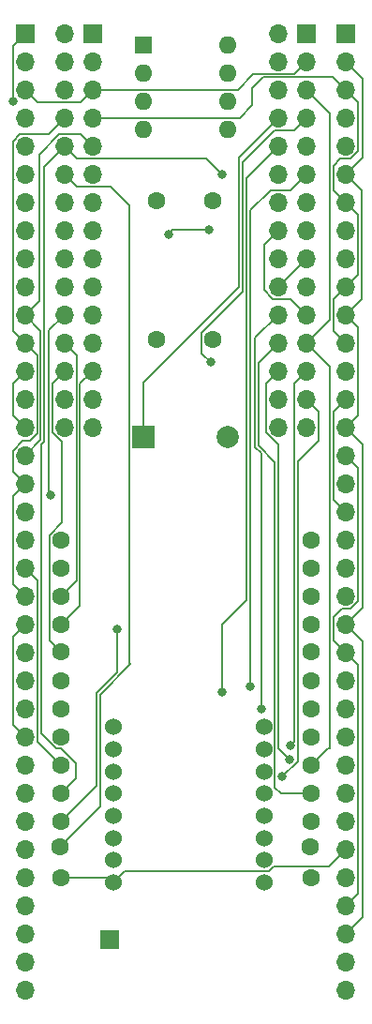
<source format=gbl>
%TF.GenerationSoftware,KiCad,Pcbnew,(6.0.5)*%
%TF.CreationDate,2022-06-27T00:12:11-04:00*%
%TF.ProjectId,sensor_node,73656e73-6f72-45f6-9e6f-64652e6b6963,rev?*%
%TF.SameCoordinates,Original*%
%TF.FileFunction,Copper,L2,Bot*%
%TF.FilePolarity,Positive*%
%FSLAX46Y46*%
G04 Gerber Fmt 4.6, Leading zero omitted, Abs format (unit mm)*
G04 Created by KiCad (PCBNEW (6.0.5)) date 2022-06-27 00:12:11*
%MOMM*%
%LPD*%
G01*
G04 APERTURE LIST*
%TA.AperFunction,ComponentPad*%
%ADD10C,1.600000*%
%TD*%
%TA.AperFunction,ComponentPad*%
%ADD11R,1.600000X1.600000*%
%TD*%
%TA.AperFunction,ComponentPad*%
%ADD12O,1.600000X1.600000*%
%TD*%
%TA.AperFunction,ComponentPad*%
%ADD13C,1.524000*%
%TD*%
%TA.AperFunction,ComponentPad*%
%ADD14R,1.700000X1.700000*%
%TD*%
%TA.AperFunction,ComponentPad*%
%ADD15O,1.700000X1.700000*%
%TD*%
%TA.AperFunction,ComponentPad*%
%ADD16R,2.000000X2.000000*%
%TD*%
%TA.AperFunction,ComponentPad*%
%ADD17C,2.000000*%
%TD*%
%TA.AperFunction,ViaPad*%
%ADD18C,0.800000*%
%TD*%
%TA.AperFunction,Conductor*%
%ADD19C,0.150000*%
%TD*%
G04 APERTURE END LIST*
D10*
%TO.P,SW2,1,1*%
%TO.N,/BTN2*%
X142460000Y-88600000D03*
%TO.P,SW2,2,2*%
%TO.N,GND*%
X147540000Y-88600000D03*
%TO.P,SW2,3*%
%TO.N,N/C*%
X142460000Y-76000000D03*
%TO.P,SW2,4*%
X147540000Y-76000000D03*
%TD*%
D11*
%TO.P,SW3,1*%
%TO.N,/#SCK*%
X141266500Y-61986000D03*
D12*
%TO.P,SW3,2*%
%TO.N,/#SDA*%
X141266500Y-64526000D03*
%TO.P,SW3,3*%
%TO.N,/#A0*%
X141266500Y-67066000D03*
%TO.P,SW3,4*%
%TO.N,/#RST*%
X141266500Y-69606000D03*
%TO.P,SW3,5*%
%TO.N,GND*%
X148886500Y-69606000D03*
%TO.P,SW3,6*%
X148886500Y-67066000D03*
%TO.P,SW3,7*%
X148886500Y-64526000D03*
%TO.P,SW3,8*%
X148886500Y-61986000D03*
%TD*%
D13*
%TO.P,U6,1,GND*%
%TO.N,unconnected-(U6-Pad1)*%
X138538000Y-123572000D03*
%TO.P,U6,2,MISO*%
%TO.N,/MISO*%
X138538000Y-125572000D03*
%TO.P,U6,3,MOSI*%
%TO.N,/MOSI*%
X138538000Y-127572000D03*
%TO.P,U6,4,SCK*%
%TO.N,/SCK*%
X138538000Y-129572000D03*
%TO.P,U6,5,CS*%
%TO.N,/CS*%
X138538000Y-131572000D03*
%TO.P,U6,6,RST*%
%TO.N,unconnected-(U6-Pad6)*%
X138538000Y-133572000D03*
%TO.P,U6,7,DIO5*%
%TO.N,unconnected-(U6-Pad7)*%
X138538000Y-135572000D03*
%TO.P,U6,8,GND*%
%TO.N,GND*%
X138538000Y-137572000D03*
%TO.P,U6,9,DIO2*%
%TO.N,unconnected-(U6-Pad9)*%
X152138000Y-123572000D03*
%TO.P,U6,10,DIO1*%
%TO.N,unconnected-(U6-Pad10)*%
X152138000Y-125572000D03*
%TO.P,U6,11,DIO0*%
%TO.N,/DI0*%
X152138000Y-127572000D03*
%TO.P,U6,12,3.3V*%
%TO.N,+3V3*%
X152138000Y-129572000D03*
%TO.P,U6,13,DIO4*%
%TO.N,unconnected-(U6-Pad13)*%
X152138000Y-131572000D03*
%TO.P,U6,14,DIO3*%
%TO.N,unconnected-(U6-Pad14)*%
X152138000Y-133572000D03*
%TO.P,U6,15,GND*%
%TO.N,unconnected-(U6-Pad15)*%
X152138000Y-135572000D03*
%TO.P,U6,16,ANT*%
%TO.N,Net-(J1-Pad1)*%
X152138000Y-137572000D03*
%TD*%
D14*
%TO.P,U3,1,_EN2*%
%TO.N,/EN2*%
X136652000Y-60960000D03*
D15*
%TO.P,U3,2,IO_1*%
%TO.N,/IO_1*%
X134112000Y-60960000D03*
%TO.P,U3,3,EN2*%
%TO.N,/EN2*%
X136652000Y-63500000D03*
%TO.P,U3,4,RST2*%
%TO.N,/RST2*%
X134112000Y-63500000D03*
%TO.P,U3,5,3.3V*%
%TO.N,+3V3*%
X136652000Y-66040000D03*
%TO.P,U3,6,_RST2*%
%TO.N,/RST2*%
X134112000Y-66040000D03*
%TO.P,U3,7,33*%
%TO.N,/SCL1*%
X136652000Y-68580000D03*
%TO.P,U3,8,25*%
%TO.N,/SCL*%
X134112000Y-68580000D03*
%TO.P,U3,9,26*%
%TO.N,/SDA*%
X136652000Y-71120000D03*
%TO.P,U3,10,27*%
%TO.N,/X_1*%
X134112000Y-71120000D03*
%TO.P,U3,11,14*%
%TO.N,unconnected-(U3-Pad11)*%
X136652000Y-73660000D03*
%TO.P,U3,12,12*%
%TO.N,/WS28*%
X134112000Y-73660000D03*
%TO.P,U3,13,GND*%
%TO.N,GND*%
X136652000Y-76200000D03*
%TO.P,U3,14,GND*%
X134112000Y-76200000D03*
%TO.P,U3,15,GND*%
X136652000Y-78740000D03*
%TO.P,U3,16,_IO_2*%
%TO.N,/IO_2*%
X134112000Y-78740000D03*
%TO.P,U3,17,GND*%
%TO.N,GND*%
X136652000Y-81280000D03*
%TO.P,U3,18,IO_2*%
%TO.N,/IO_2*%
X134112000Y-81280000D03*
%TO.P,U3,19,IO_0*%
%TO.N,/IO_0*%
X136652000Y-83820000D03*
%TO.P,U3,20,IO_3*%
%TO.N,/IO_3*%
X134112000Y-83820000D03*
%TO.P,U3,21,_IO_3*%
X136652000Y-86360000D03*
%TO.P,U3,22,VP_36*%
%TO.N,/PIR0*%
X134112000Y-86360000D03*
%TO.P,U3,23,VN_39*%
%TO.N,/PIR1*%
X136652000Y-88900000D03*
%TO.P,U3,24,EN*%
%TO.N,/EN*%
X134112000Y-88900000D03*
%TO.P,U3,25,34*%
%TO.N,/PIR2*%
X136652000Y-91440000D03*
%TO.P,U3,26,35*%
%TO.N,/PIR3*%
X134112000Y-91440000D03*
%TO.P,U3,27,32*%
%TO.N,/SDA1*%
X136652000Y-93980000D03*
%TO.P,U3,28,3.3V*%
%TO.N,+3V3*%
X134112000Y-93980000D03*
%TO.P,U3,29,3.3V*%
X136652000Y-96520000D03*
%TO.P,U3,30,3.3V*%
X134112000Y-96520000D03*
%TD*%
D14*
%TO.P,U1,1,GND*%
%TO.N,GND*%
X130556000Y-60960000D03*
D15*
%TO.P,U1,2,VN_39*%
%TO.N,/PIR1*%
X130556000Y-63500000D03*
%TO.P,U1,3,3.3V*%
%TO.N,+3V3*%
X130556000Y-66040000D03*
%TO.P,U1,4,#SCK*%
%TO.N,/#SCK*%
X130556000Y-68580000D03*
%TO.P,U1,5,#SDA*%
%TO.N,/#SDA*%
X130556000Y-71120000D03*
%TO.P,U1,6,#A0*%
%TO.N,/#A0*%
X130556000Y-73660000D03*
%TO.P,U1,7,#RST*%
%TO.N,/#RST*%
X130556000Y-76200000D03*
%TO.P,U1,8,#CS*%
%TO.N,/#CS*%
X130556000Y-78740000D03*
%TO.P,U1,9,GND*%
%TO.N,GND*%
X130556000Y-81280000D03*
%TO.P,U1,10,3.3V*%
%TO.N,+3V3*%
X130556000Y-83820000D03*
%TO.P,U1,11,_SCL*%
%TO.N,/SDA*%
X130556000Y-86360000D03*
%TO.P,U1,12,_SDA*%
%TO.N,/SCL*%
X130556000Y-88900000D03*
%TO.P,U1,13,_GND*%
%TO.N,GND*%
X130556000Y-91440000D03*
%TO.P,U1,14,3.3V*%
%TO.N,+3V3*%
X130556000Y-93980000D03*
%TO.P,U1,15,GND*%
%TO.N,GND*%
X130556000Y-96520000D03*
%TO.P,U1,16,SCL*%
%TO.N,/SDA*%
X130556000Y-99060000D03*
%TO.P,U1,17,SDA*%
%TO.N,/SCL*%
X130556000Y-101600000D03*
%TO.P,U1,18,ADDR*%
%TO.N,unconnected-(U1-Pad18)*%
X130556000Y-104140000D03*
%TO.P,U1,19,VP_36*%
%TO.N,/PIR0*%
X130556000Y-106680000D03*
%TO.P,U1,20,SDA*%
%TO.N,/SDA*%
X130556000Y-109220000D03*
%TO.P,U1,21,SCL*%
%TO.N,/SCL*%
X130556000Y-111760000D03*
%TO.P,U1,22,GND*%
%TO.N,GND*%
X130556000Y-114300000D03*
%TO.P,U1,23,3.3V*%
%TO.N,+3V3*%
X130556000Y-116840000D03*
%TO.P,U1,24,_3.3V*%
X130556000Y-119380000D03*
%TO.P,U1,25,_3.3V*%
X130556000Y-121920000D03*
%TO.P,U1,26,_GND*%
%TO.N,GND*%
X130556000Y-124460000D03*
%TO.P,U1,27,SCL*%
%TO.N,/SCL*%
X130556000Y-127000000D03*
%TO.P,U1,28,SDA*%
%TO.N,/SDA*%
X130556000Y-129540000D03*
%TO.P,U1,29,3.3V*%
%TO.N,+3V3*%
X130556000Y-132080000D03*
%TO.P,U1,30,GND*%
%TO.N,GND*%
X130556000Y-134620000D03*
%TO.P,U1,31,GND*%
X130556000Y-137160000D03*
%TO.P,U1,32,35*%
%TO.N,/PIR3*%
X130556000Y-139700000D03*
%TO.P,U1,33,5V*%
%TO.N,unconnected-(U1-Pad33)*%
X130556000Y-142240000D03*
%TO.P,U1,34,5V*%
%TO.N,unconnected-(U1-Pad34)*%
X130556000Y-144780000D03*
%TO.P,U1,35,5V*%
%TO.N,unconnected-(U1-Pad35)*%
X130556000Y-147320000D03*
%TD*%
D10*
%TO.P,U2,1,VP_36*%
%TO.N,/PIR0*%
X133784000Y-106680000D03*
%TO.P,U2,2,VN_39*%
%TO.N,/PIR1*%
X133784000Y-109220000D03*
%TO.P,U2,3,EN*%
%TO.N,/EN*%
X133784000Y-111760000D03*
%TO.P,U2,4,34*%
%TO.N,/PIR2*%
X133784000Y-114300000D03*
%TO.P,U2,5,35*%
%TO.N,/PIR3*%
X133781759Y-116784827D03*
%TO.P,U2,6,32*%
%TO.N,/SDA1*%
X133784000Y-119380000D03*
%TO.P,U2,7,33*%
%TO.N,/SCL1*%
X133784000Y-121920000D03*
%TO.P,U2,8,25*%
%TO.N,/SCL*%
X133784000Y-124460000D03*
%TO.P,U2,9,26*%
%TO.N,/SDA*%
X133784000Y-127000000D03*
%TO.P,U2,10,27*%
%TO.N,/X_1*%
X133784000Y-129540000D03*
%TO.P,U2,11,14*%
%TO.N,/#CS*%
X133784000Y-132080000D03*
%TO.P,U2,12,12*%
%TO.N,/WS28*%
X133724345Y-134353448D03*
%TO.P,U2,13,GND*%
%TO.N,GND*%
X133784000Y-137160000D03*
%TO.P,U2,14,3.3V*%
%TO.N,+3V3*%
X156384000Y-106680000D03*
%TO.P,U2,15,22*%
%TO.N,/LED*%
X156384000Y-109220000D03*
%TO.P,U2,16,19*%
%TO.N,/BUZ1*%
X156384000Y-111760000D03*
%TO.P,U2,17,23*%
%TO.N,/BTN2*%
X156384000Y-114300000D03*
%TO.P,U2,18,18*%
%TO.N,/MISO*%
X156381759Y-116784827D03*
%TO.P,U2,19,5*%
%TO.N,/MOSI*%
X156384000Y-119380000D03*
%TO.P,U2,20,7*%
%TO.N,/SCK*%
X156384000Y-121920000D03*
%TO.P,U2,21,16*%
%TO.N,/CS*%
X156384000Y-124460000D03*
%TO.P,U2,22,4*%
%TO.N,/DIO*%
X156384000Y-127000000D03*
%TO.P,U2,23,0*%
%TO.N,/#SCK*%
X156384000Y-129540000D03*
%TO.P,U2,24,2*%
%TO.N,/#SDA*%
X156384000Y-132080000D03*
%TO.P,U2,25,15*%
%TO.N,/#A0*%
X156324345Y-134353448D03*
%TO.P,U2,26,13*%
%TO.N,/#RST*%
X156384000Y-137160000D03*
%TD*%
D14*
%TO.P,J1,1,Pin_1*%
%TO.N,Net-(J1-Pad1)*%
X138176000Y-142748000D03*
%TD*%
%TO.P,U4,1,_SCL*%
%TO.N,/SCL1*%
X155956000Y-60960000D03*
D15*
%TO.P,U4,2,_SDA*%
%TO.N,/SDA1*%
X153416000Y-60960000D03*
%TO.P,U4,3,3.3V*%
%TO.N,+3V3*%
X155956000Y-63500000D03*
%TO.P,U4,4,GND*%
%TO.N,GND*%
X153416000Y-63500000D03*
%TO.P,U4,5,23*%
%TO.N,/DIO*%
X155956000Y-66040000D03*
%TO.P,U4,6,X*%
%TO.N,unconnected-(U4-Pad6)*%
X153416000Y-66040000D03*
%TO.P,U4,7,22*%
%TO.N,/LED*%
X155956000Y-68580000D03*
%TO.P,U4,8,19*%
%TO.N,/BUZ1*%
X153416000Y-68580000D03*
%TO.P,U4,9,23*%
%TO.N,/BTN2*%
X155956000Y-71120000D03*
%TO.P,U4,10,18*%
%TO.N,/MISO*%
X153416000Y-71120000D03*
%TO.P,U4,11,5*%
%TO.N,/MOSI*%
X155956000Y-73660000D03*
%TO.P,U4,12,17*%
%TO.N,/X_1*%
X153416000Y-73660000D03*
%TO.P,U4,13,3.3V*%
%TO.N,+3V3*%
X155956000Y-76200000D03*
%TO.P,U4,14,3.3V*%
X153416000Y-76200000D03*
%TO.P,U4,15,3.3V*%
X155956000Y-78740000D03*
%TO.P,U4,16,_VCC*%
X153416000Y-78740000D03*
%TO.P,U4,17,_GND*%
%TO.N,GND*%
X155956000Y-81280000D03*
%TO.P,U4,18,SDA*%
%TO.N,/SDA1*%
X153416000Y-81280000D03*
%TO.P,U4,19,SCL*%
%TO.N,/SCL1*%
X155956000Y-83820000D03*
%TO.P,U4,20,GND*%
%TO.N,GND*%
X153416000Y-83820000D03*
%TO.P,U4,21,3.3V*%
%TO.N,+3V3*%
X155956000Y-86360000D03*
%TO.P,U4,22,16*%
%TO.N,/SCK*%
X153416000Y-86360000D03*
%TO.P,U4,23,4*%
%TO.N,/DIO*%
X155956000Y-88900000D03*
%TO.P,U4,24,0*%
%TO.N,/#SCK*%
X153416000Y-88900000D03*
%TO.P,U4,25,2*%
%TO.N,/#SDA*%
X155956000Y-91440000D03*
%TO.P,U4,26,15*%
%TO.N,/#A0*%
X153416000Y-91440000D03*
%TO.P,U4,27,13*%
%TO.N,/#RST*%
X155956000Y-93980000D03*
%TO.P,U4,28,GND*%
%TO.N,GND*%
X153416000Y-93980000D03*
%TO.P,U4,29,GND*%
X155956000Y-96520000D03*
%TO.P,U4,30,GND*%
X153416000Y-96520000D03*
%TD*%
D16*
%TO.P,BZ1,1,-*%
%TO.N,/BUZ1*%
X141234000Y-97400000D03*
D17*
%TO.P,BZ1,2,+*%
%TO.N,GND*%
X148834000Y-97400000D03*
%TD*%
D14*
%TO.P,U5,1,_X*%
%TO.N,unconnected-(U5-Pad1)*%
X159512000Y-60960000D03*
D15*
%TO.P,U5,2,SDA1*%
%TO.N,/SDA1*%
X159512000Y-63500000D03*
%TO.P,U5,3,SCL1*%
%TO.N,/SCL1*%
X159512000Y-66040000D03*
%TO.P,U5,4,GND*%
%TO.N,GND*%
X159512000Y-68580000D03*
%TO.P,U5,5,3.3V*%
%TO.N,+3V3*%
X159512000Y-71120000D03*
%TO.P,U5,6,SDA1*%
%TO.N,/SDA1*%
X159512000Y-73660000D03*
%TO.P,U5,7,SCL1*%
%TO.N,/SCL1*%
X159512000Y-76200000D03*
%TO.P,U5,8,3.3V*%
%TO.N,+3V3*%
X159512000Y-78740000D03*
%TO.P,U5,9,GND*%
%TO.N,GND*%
X159512000Y-81280000D03*
%TO.P,U5,10,_SCL1*%
%TO.N,/SCL1*%
X159512000Y-83820000D03*
%TO.P,U5,11,_SDA1*%
%TO.N,/SDA1*%
X159512000Y-86360000D03*
%TO.P,U5,12,_GND*%
%TO.N,/SCL1*%
X159512000Y-88900000D03*
%TO.P,U5,13,_3.3V*%
%TO.N,GND*%
X159512000Y-91440000D03*
%TO.P,U5,14,ADDR*%
%TO.N,+3V3*%
X159512000Y-93980000D03*
%TO.P,U5,15,SDA1*%
%TO.N,/SDA1*%
X159512000Y-96520000D03*
%TO.P,U5,16,SCL1*%
%TO.N,/SCL1*%
X159512000Y-99060000D03*
%TO.P,U5,17,GND*%
%TO.N,GND*%
X159512000Y-101600000D03*
%TO.P,U5,18,3.3V*%
%TO.N,+3V3*%
X159512000Y-104140000D03*
%TO.P,U5,19,_3.3V*%
X159512000Y-106680000D03*
%TO.P,U5,20,3.3V*%
X159512000Y-109220000D03*
%TO.P,U5,21,GND*%
%TO.N,GND*%
X159512000Y-111760000D03*
%TO.P,U5,22,SCL1*%
%TO.N,/SDA1*%
X159512000Y-114300000D03*
%TO.P,U5,23,SDA1*%
%TO.N,/SCL1*%
X159512000Y-116840000D03*
%TO.P,U5,24,MISO*%
%TO.N,/MISO*%
X159512000Y-119380000D03*
%TO.P,U5,25,MOSI*%
%TO.N,/MOSI*%
X159512000Y-121920000D03*
%TO.P,U5,26,CS*%
%TO.N,/SCK*%
X159512000Y-124460000D03*
%TO.P,U5,27,RST*%
%TO.N,/CS*%
X159512000Y-127000000D03*
%TO.P,U5,28,DIO*%
%TO.N,/DIO*%
X159512000Y-129540000D03*
%TO.P,U5,29,GND*%
%TO.N,GND*%
X159512000Y-132080000D03*
%TO.P,U5,30,GND*%
X159512000Y-134620000D03*
%TO.P,U5,31,3.3V*%
%TO.N,+3V3*%
X159512000Y-137160000D03*
%TO.P,U5,32,SDA1*%
%TO.N,/SCL1*%
X159512000Y-139700000D03*
%TO.P,U5,33,SCL1*%
%TO.N,/SDA1*%
X159512000Y-142240000D03*
%TO.P,U5,34,_3.3V*%
%TO.N,+3V3*%
X159512000Y-144780000D03*
%TO.P,U5,35,_GND*%
%TO.N,GND*%
X159512000Y-147320000D03*
%TD*%
D18*
%TO.N,/BTN2*%
X143500000Y-79100000D03*
X147200000Y-78700000D03*
%TO.N,GND*%
X129500000Y-67056000D03*
%TO.N,/PIR0*%
X132900000Y-102600000D03*
%TO.N,/X_1*%
X148336000Y-73660000D03*
%TO.N,/LED*%
X147320000Y-90600000D03*
%TO.N,/MISO*%
X148336000Y-120396000D03*
%TO.N,/MOSI*%
X150876000Y-119888000D03*
%TO.N,/#RST*%
X153807500Y-128016000D03*
%TO.N,/#A0*%
X154432000Y-126492000D03*
%TO.N,/#SDA*%
X154569500Y-125209989D03*
%TO.N,/#CS*%
X138900000Y-114700000D03*
%TO.N,/SCK*%
X151892000Y-121920000D03*
%TD*%
D19*
%TO.N,/BTN2*%
X147200000Y-78700000D02*
X143900000Y-78700000D01*
X143900000Y-78700000D02*
X143500000Y-79100000D01*
%TO.N,/LED*%
X154856489Y-69679511D02*
X155956000Y-68580000D01*
X153078489Y-69679511D02*
X154856489Y-69679511D01*
X146515489Y-89795489D02*
X146515489Y-87975633D01*
X146515489Y-87975633D02*
X150209520Y-84281602D01*
X147320000Y-90600000D02*
X146515489Y-89795489D01*
X150209520Y-84281602D02*
X150209520Y-72548480D01*
X150209520Y-72548480D02*
X153078489Y-69679511D01*
%TO.N,/BUZ1*%
X141234000Y-92446000D02*
X141234000Y-97400000D01*
X149860000Y-72136000D02*
X149860000Y-83820000D01*
X149860000Y-83820000D02*
X141234000Y-92446000D01*
X153416000Y-68580000D02*
X149860000Y-72136000D01*
%TO.N,GND*%
X133784000Y-137160000D02*
X138126000Y-137160000D01*
X130556000Y-96520000D02*
X129456489Y-95420489D01*
X138126000Y-137160000D02*
X138538000Y-137572000D01*
X129456489Y-67012489D02*
X129500000Y-67056000D01*
X139551489Y-136558511D02*
X152573605Y-136558511D01*
X152573605Y-136558511D02*
X152996627Y-136135489D01*
X130556000Y-124460000D02*
X129481489Y-123385489D01*
X129456489Y-95420489D02*
X129456489Y-92539511D01*
X129481489Y-115374511D02*
X130556000Y-114300000D01*
X129456489Y-92539511D02*
X130556000Y-91440000D01*
X152996627Y-136135489D02*
X157996511Y-136135489D01*
X157996511Y-136135489D02*
X159512000Y-134620000D01*
X129481489Y-123385489D02*
X129481489Y-115374511D01*
X138538000Y-137572000D02*
X139551489Y-136558511D01*
X129456489Y-62059511D02*
X129456489Y-67012489D01*
X153416000Y-83820000D02*
X155956000Y-81280000D01*
X130556000Y-60960000D02*
X129456489Y-62059511D01*
%TO.N,+3V3*%
X135552489Y-67139511D02*
X136652000Y-66040000D01*
X131655511Y-67139511D02*
X135552489Y-67139511D01*
X154856489Y-64599511D02*
X155956000Y-63500000D01*
X130556000Y-66040000D02*
X131655511Y-67139511D01*
X158437489Y-95054511D02*
X159512000Y-93980000D01*
X152146000Y-80010000D02*
X153416000Y-78740000D01*
X151200489Y-64599511D02*
X154856489Y-64599511D01*
X152146000Y-84104944D02*
X152146000Y-80010000D01*
X136652000Y-66040000D02*
X136675511Y-66016489D01*
X154515511Y-84919511D02*
X152960567Y-84919511D01*
X155956000Y-86360000D02*
X154515511Y-84919511D01*
X152960567Y-84919511D02*
X152146000Y-84104944D01*
X136675511Y-66016489D02*
X149783511Y-66016489D01*
X158437489Y-103065489D02*
X158437489Y-95054511D01*
X149783511Y-66016489D02*
X151200489Y-64599511D01*
X159512000Y-104140000D02*
X158437489Y-103065489D01*
%TO.N,/SDA*%
X131826000Y-71851056D02*
X131826000Y-85090000D01*
X133784000Y-127000000D02*
X131655511Y-124871511D01*
X131826000Y-85090000D02*
X130556000Y-86360000D01*
X136652000Y-71120000D02*
X135552489Y-70020489D01*
X135552489Y-70020489D02*
X133656567Y-70020489D01*
X131655511Y-110319511D02*
X130556000Y-109220000D01*
X131900000Y-87700000D02*
X131955031Y-87755031D01*
X131655511Y-124871511D02*
X131655511Y-110319511D01*
X130556000Y-86360000D02*
X131896000Y-87700000D01*
X131955031Y-97660969D02*
X130556000Y-99060000D01*
X133656567Y-70020489D02*
X131826000Y-71851056D01*
X131896000Y-87700000D02*
X131900000Y-87700000D01*
X131955031Y-87755031D02*
X131955031Y-97660969D01*
%TO.N,/SCL*%
X131000000Y-97700000D02*
X131655511Y-97044489D01*
X129456489Y-70664567D02*
X130100567Y-70020489D01*
X131655511Y-89999511D02*
X130556000Y-88900000D01*
X129481489Y-110685489D02*
X129481489Y-102674511D01*
X130361056Y-97700000D02*
X131000000Y-97700000D01*
X129481489Y-102674511D02*
X130556000Y-101600000D01*
X129456489Y-74115433D02*
X129540000Y-74198944D01*
X129456489Y-100500489D02*
X129456489Y-98604567D01*
X130100567Y-70020489D02*
X132671511Y-70020489D01*
X129456489Y-74282455D02*
X129456489Y-87800489D01*
X131655511Y-97044489D02*
X131655511Y-89999511D01*
X132671511Y-70020489D02*
X134112000Y-68580000D01*
X129456489Y-87800489D02*
X130556000Y-88900000D01*
X130556000Y-111760000D02*
X129481489Y-110685489D01*
X130556000Y-101600000D02*
X129456489Y-100500489D01*
X129456489Y-98604567D02*
X130361056Y-97700000D01*
X129540000Y-74198944D02*
X129456489Y-74282455D01*
X129456489Y-70664567D02*
X129456489Y-74115433D01*
%TO.N,/PIR0*%
X132900000Y-102600000D02*
X132737969Y-102437969D01*
X132737969Y-87734031D02*
X134112000Y-86360000D01*
X132737969Y-102437969D02*
X132737969Y-87734031D01*
%TO.N,/PIR3*%
X132759489Y-106255633D02*
X133900000Y-105115122D01*
X133037489Y-96965078D02*
X133037489Y-92514511D01*
X133900000Y-97827589D02*
X133037489Y-96965078D01*
X133037489Y-92514511D02*
X134112000Y-91440000D01*
X133781759Y-116784827D02*
X132759489Y-115762557D01*
X132759489Y-115762557D02*
X132759489Y-106255633D01*
X133900000Y-105115122D02*
X133900000Y-97827589D01*
%TO.N,/EN*%
X135211511Y-89999511D02*
X134112000Y-88900000D01*
X133784000Y-111760000D02*
X135211511Y-110332489D01*
X135211511Y-110332489D02*
X135211511Y-89999511D01*
%TO.N,/PIR2*%
X133784000Y-114300000D02*
X135511031Y-112572969D01*
X135511031Y-92580969D02*
X136652000Y-91440000D01*
X135511031Y-112572969D02*
X135511031Y-92580969D01*
%TO.N,/SDA1*%
X161036000Y-115824000D02*
X159512000Y-114300000D01*
X160961031Y-84910969D02*
X160961031Y-75109031D01*
X161036000Y-98044000D02*
X159512000Y-96520000D01*
X159512000Y-142240000D02*
X161036000Y-140716000D01*
X161036000Y-112776000D02*
X161036000Y-98044000D01*
X159512000Y-114300000D02*
X161036000Y-112776000D01*
X160611511Y-87459511D02*
X159512000Y-86360000D01*
X159512000Y-86360000D02*
X160961031Y-84910969D01*
X160611511Y-95420489D02*
X160611511Y-87459511D01*
X159512000Y-96520000D02*
X160611511Y-95420489D01*
X161036000Y-65024000D02*
X161036000Y-72136000D01*
X161036000Y-72136000D02*
X159512000Y-73660000D01*
X161036000Y-140716000D02*
X161036000Y-115824000D01*
X160961031Y-75109031D02*
X159512000Y-73660000D01*
X159512000Y-63500000D02*
X161036000Y-65024000D01*
%TO.N,/SCL1*%
X151100000Y-65861545D02*
X152061545Y-64900000D01*
X160611511Y-117939511D02*
X159512000Y-116840000D01*
X159967433Y-72219511D02*
X160611511Y-71575433D01*
X158412489Y-87800489D02*
X159512000Y-88900000D01*
X160611511Y-112215433D02*
X159967433Y-112859511D01*
X149960000Y-68556489D02*
X151100000Y-67416489D01*
X159512000Y-76200000D02*
X158412489Y-75100489D01*
X160611511Y-100159511D02*
X160611511Y-112215433D01*
X158437489Y-115765489D02*
X159512000Y-116840000D01*
X151100000Y-67416489D02*
X151100000Y-65861545D01*
X160611511Y-71575433D02*
X160611511Y-67139511D01*
X160611511Y-67139511D02*
X159512000Y-66040000D01*
X158437489Y-113596511D02*
X158437489Y-115765489D01*
X159512000Y-83820000D02*
X158412489Y-84919511D01*
X159967433Y-112859511D02*
X159174489Y-112859511D01*
X159512000Y-99060000D02*
X160611511Y-100159511D01*
X159512000Y-139700000D02*
X160611511Y-138600489D01*
X159056567Y-72219511D02*
X159967433Y-72219511D01*
X136675511Y-68556489D02*
X149960000Y-68556489D01*
X160611511Y-82720489D02*
X160611511Y-77299511D01*
X158412489Y-72863589D02*
X159056567Y-72219511D01*
X158412489Y-75100489D02*
X158412489Y-72863589D01*
X152061545Y-64900000D02*
X158372000Y-64900000D01*
X158412489Y-84919511D02*
X158412489Y-87800489D01*
X159174489Y-112859511D02*
X158437489Y-113596511D01*
X159512000Y-83820000D02*
X160611511Y-82720489D01*
X160611511Y-77299511D02*
X159512000Y-76200000D01*
X160611511Y-138600489D02*
X160611511Y-117939511D01*
X136652000Y-68580000D02*
X136675511Y-68556489D01*
X158372000Y-64900000D02*
X159512000Y-66040000D01*
%TO.N,/X_1*%
X148336000Y-73660000D02*
X146895511Y-72219511D01*
X132254551Y-72977449D02*
X134112000Y-71120000D01*
X135211511Y-72219511D02*
X134112000Y-71120000D01*
X135128000Y-128196000D02*
X135128000Y-126859766D01*
X133384633Y-125509511D02*
X132000000Y-124124878D01*
X132000000Y-124124878D02*
X132000000Y-98039586D01*
X146895511Y-72219511D02*
X135211511Y-72219511D01*
X132000000Y-98039586D02*
X132254551Y-97785035D01*
X133777745Y-125509511D02*
X133384633Y-125509511D01*
X132254551Y-97785035D02*
X132254551Y-72977449D01*
X135128000Y-126859766D02*
X133777745Y-125509511D01*
X133784000Y-129540000D02*
X135128000Y-128196000D01*
%TO.N,/WS28*%
X139984489Y-117784489D02*
X140100000Y-117900000D01*
X140100000Y-117900000D02*
X137324520Y-120675480D01*
X139700000Y-76200000D02*
X138259511Y-74759511D01*
X138259511Y-74759511D02*
X135211511Y-74759511D01*
X139700000Y-76200000D02*
X139984489Y-76484489D01*
X137324520Y-120675480D02*
X137324520Y-130753273D01*
X137324520Y-130753273D02*
X133724345Y-134353448D01*
X135211511Y-74759511D02*
X134112000Y-73660000D01*
X139984489Y-76484489D02*
X139984489Y-117784489D01*
%TO.N,/MISO*%
X150559040Y-112076960D02*
X150559040Y-73976960D01*
X148336000Y-114300000D02*
X150559040Y-112076960D01*
X150559040Y-73976960D02*
X153416000Y-71120000D01*
X148336000Y-120396000D02*
X148336000Y-114300000D01*
%TO.N,/MOSI*%
X154515511Y-75100489D02*
X155956000Y-73660000D01*
X152737511Y-75100489D02*
X154515511Y-75100489D01*
X150921520Y-119842480D02*
X150921520Y-76916480D01*
X150876000Y-119888000D02*
X150921520Y-119842480D01*
X150921520Y-76916480D02*
X152737511Y-75100489D01*
%TO.N,/#RST*%
X157055511Y-97706489D02*
X157055511Y-95079511D01*
X155194000Y-126629500D02*
X155194000Y-99568000D01*
X153807500Y-128016000D02*
X155194000Y-126629500D01*
X157055511Y-95079511D02*
X155956000Y-93980000D01*
X155194000Y-99568000D02*
X157055511Y-97706489D01*
%TO.N,/DIO*%
X158112969Y-91056969D02*
X158112969Y-125476000D01*
X157908000Y-125476000D02*
X158112969Y-125476000D01*
X158087969Y-68171969D02*
X158087969Y-86768031D01*
X158087969Y-86768031D02*
X155956000Y-88900000D01*
X155956000Y-66040000D02*
X158087969Y-68171969D01*
X156384000Y-127000000D02*
X157908000Y-125476000D01*
X155956000Y-88900000D02*
X158112969Y-91056969D01*
%TO.N,/#A0*%
X153424031Y-125484031D02*
X153424031Y-98082975D01*
X152316489Y-92539511D02*
X153416000Y-91440000D01*
X152316489Y-96975433D02*
X152316489Y-92539511D01*
X153424031Y-98082975D02*
X152316489Y-96975433D01*
X154432000Y-126492000D02*
X153424031Y-125484031D01*
%TO.N,/#SDA*%
X154569500Y-125209989D02*
X154881489Y-124898000D01*
X154881489Y-124898000D02*
X154881489Y-92514511D01*
X154881489Y-92514511D02*
X155956000Y-91440000D01*
%TO.N,/#SCK*%
X151638000Y-98161022D02*
X153124511Y-99647533D01*
X153416000Y-88900000D02*
X151638000Y-90678000D01*
X153124511Y-99647533D02*
X153124511Y-128994511D01*
X153670000Y-129540000D02*
X156384000Y-129540000D01*
X151638000Y-90678000D02*
X151638000Y-98161022D01*
X153124511Y-128994511D02*
X153670000Y-129540000D01*
%TO.N,/#CS*%
X137000000Y-128864000D02*
X133784000Y-132080000D01*
X138900000Y-114700000D02*
X138900000Y-118600000D01*
X138900000Y-118600000D02*
X137000000Y-120500000D01*
X137000000Y-120500000D02*
X137000000Y-128864000D01*
%TO.N,/SCK*%
X151892000Y-121920000D02*
X151892000Y-98838607D01*
X151338480Y-98285087D02*
X151338480Y-88437520D01*
X151338480Y-88437520D02*
X153416000Y-86360000D01*
X151892000Y-98838607D02*
X151338480Y-98285087D01*
%TD*%
M02*

</source>
